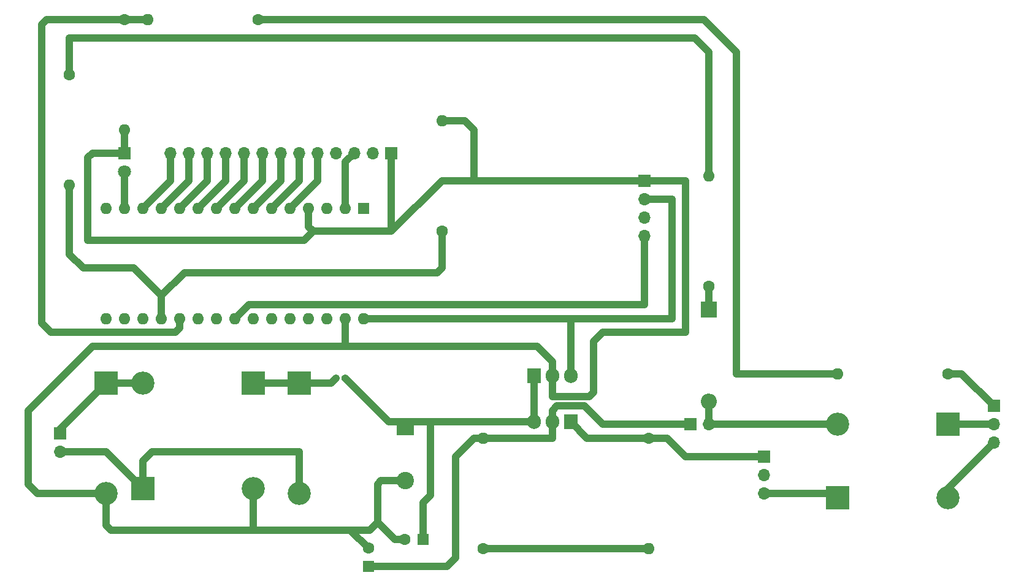
<source format=gbr>
%TF.GenerationSoftware,KiCad,Pcbnew,(6.0.5)*%
%TF.CreationDate,2022-12-29T23:16:15-04:00*%
%TF.ProjectId,Alimentation project,416c696d-656e-4746-9174-696f6e207072,rev?*%
%TF.SameCoordinates,Original*%
%TF.FileFunction,Copper,L1,Top*%
%TF.FilePolarity,Positive*%
%FSLAX46Y46*%
G04 Gerber Fmt 4.6, Leading zero omitted, Abs format (unit mm)*
G04 Created by KiCad (PCBNEW (6.0.5)) date 2022-12-29 23:16:15*
%MOMM*%
%LPD*%
G01*
G04 APERTURE LIST*
G04 Aperture macros list*
%AMRoundRect*
0 Rectangle with rounded corners*
0 $1 Rounding radius*
0 $2 $3 $4 $5 $6 $7 $8 $9 X,Y pos of 4 corners*
0 Add a 4 corners polygon primitive as box body*
4,1,4,$2,$3,$4,$5,$6,$7,$8,$9,$2,$3,0*
0 Add four circle primitives for the rounded corners*
1,1,$1+$1,$2,$3*
1,1,$1+$1,$4,$5*
1,1,$1+$1,$6,$7*
1,1,$1+$1,$8,$9*
0 Add four rect primitives between the rounded corners*
20,1,$1+$1,$2,$3,$4,$5,0*
20,1,$1+$1,$4,$5,$6,$7,0*
20,1,$1+$1,$6,$7,$8,$9,0*
20,1,$1+$1,$8,$9,$2,$3,0*%
G04 Aperture macros list end*
%TA.AperFunction,ComponentPad*%
%ADD10R,1.700000X1.700000*%
%TD*%
%TA.AperFunction,ComponentPad*%
%ADD11O,1.700000X1.700000*%
%TD*%
%TA.AperFunction,ComponentPad*%
%ADD12R,1.905000X2.000000*%
%TD*%
%TA.AperFunction,ComponentPad*%
%ADD13O,1.905000X2.000000*%
%TD*%
%TA.AperFunction,ComponentPad*%
%ADD14R,3.200000X3.200000*%
%TD*%
%TA.AperFunction,ComponentPad*%
%ADD15O,3.200000X3.200000*%
%TD*%
%TA.AperFunction,ComponentPad*%
%ADD16C,1.600000*%
%TD*%
%TA.AperFunction,ComponentPad*%
%ADD17O,1.600000X1.600000*%
%TD*%
%TA.AperFunction,ComponentPad*%
%ADD18R,2.200000X2.200000*%
%TD*%
%TA.AperFunction,ComponentPad*%
%ADD19O,2.200000X2.200000*%
%TD*%
%TA.AperFunction,ComponentPad*%
%ADD20R,2.400000X2.400000*%
%TD*%
%TA.AperFunction,ComponentPad*%
%ADD21C,2.400000*%
%TD*%
%TA.AperFunction,ComponentPad*%
%ADD22R,1.600000X1.600000*%
%TD*%
%TA.AperFunction,SMDPad,CuDef*%
%ADD23RoundRect,0.147500X-0.147500X-0.172500X0.147500X-0.172500X0.147500X0.172500X-0.147500X0.172500X0*%
%TD*%
%TA.AperFunction,ComponentPad*%
%ADD24R,1.800000X1.800000*%
%TD*%
%TA.AperFunction,ComponentPad*%
%ADD25C,1.800000*%
%TD*%
%TA.AperFunction,Conductor*%
%ADD26C,1.000000*%
%TD*%
%TA.AperFunction,Conductor*%
%ADD27C,0.250000*%
%TD*%
G04 APERTURE END LIST*
D10*
%TO.P,MES1,1,-*%
%TO.N,Net-(C3-Pad1)*%
X128270000Y-107950000D03*
D11*
%TO.P,MES1,2,+*%
%TO.N,Net-(D5-Pad2)*%
X130810000Y-107950000D03*
%TD*%
D10*
%TO.P,REF\u002A\u002A,1*%
%TO.N,Screen GND*%
X121920000Y-74295000D03*
D11*
%TO.P,REF\u002A\u002A,2*%
%TO.N,Screen Vcc*%
X121920000Y-76835000D03*
%TO.P,REF\u002A\u002A,3*%
%TO.N,Screen SCK*%
X121920000Y-79375000D03*
%TO.P,REF\u002A\u002A,4*%
%TO.N,Screen SDA*%
X121920000Y-81915000D03*
%TD*%
D12*
%TO.P,U1,1,IN*%
%TO.N,Net-(C1-Pad1)*%
X106680000Y-101275000D03*
D13*
%TO.P,U1,2,GND*%
%TO.N,Screen GND*%
X109220000Y-101275000D03*
%TO.P,U1,3,OUT*%
%TO.N,Screen Vcc*%
X111760000Y-101275000D03*
%TD*%
D10*
%TO.P,RV1,1,1*%
%TO.N,Net-(R2-Pad1)*%
X138430000Y-112410000D03*
D11*
%TO.P,RV1,2,2*%
%TO.N,Screen GND*%
X138430000Y-114950000D03*
%TO.P,RV1,3,3*%
X138430000Y-117490000D03*
%TD*%
D14*
%TO.P,D3,1,K*%
%TO.N,Transfor2*%
X52705000Y-116840000D03*
D15*
%TO.P,D3,2,A*%
%TO.N,Screen GND*%
X67945000Y-116840000D03*
%TD*%
D16*
%TO.P,R3,1*%
%TO.N,Net-(R3-Pad1)*%
X130810000Y-88900000D03*
D17*
%TO.P,R3,2*%
%TO.N,Net-(R3-Pad2)*%
X130810000Y-73660000D03*
%TD*%
D16*
%TO.P,R1,1*%
%TO.N,Net-(R1-Pad1)*%
X99695000Y-125095000D03*
D17*
%TO.P,R1,2*%
%TO.N,Net-(C3-Pad1)*%
X99695000Y-109855000D03*
%TD*%
D18*
%TO.P,D7,1,K*%
%TO.N,Net-(R3-Pad1)*%
X130810000Y-92075000D03*
D19*
%TO.P,D7,2,A*%
%TO.N,Net-(D5-Pad2)*%
X130810000Y-104775000D03*
%TD*%
D10*
%TO.P,REF\u002A\u002A,1*%
%TO.N,Screen GND*%
X86980000Y-70485000D03*
D11*
%TO.P,REF\u002A\u002A,2*%
%TO.N,Screen Vcc*%
X84440000Y-70485000D03*
%TO.P,REF\u002A\u002A,3*%
%TO.N,Display_0*%
X81900000Y-70485000D03*
%TO.P,REF\u002A\u002A,4*%
%TO.N,Display_1*%
X79360000Y-70485000D03*
%TO.P,REF\u002A\u002A,5*%
%TO.N,Display_2*%
X76820000Y-70485000D03*
%TO.P,REF\u002A\u002A,6*%
%TO.N,Display_3*%
X74280000Y-70485000D03*
%TO.P,REF\u002A\u002A,7*%
%TO.N,Display_4*%
X71740000Y-70485000D03*
%TO.P,REF\u002A\u002A,8*%
%TO.N,Display_5*%
X69200000Y-70485000D03*
%TO.P,REF\u002A\u002A,9*%
%TO.N,Display_6*%
X66660000Y-70485000D03*
%TO.P,REF\u002A\u002A,10*%
%TO.N,Display_7*%
X64120000Y-70485000D03*
%TO.P,REF\u002A\u002A,11*%
%TO.N,Display_8*%
X61580000Y-70485000D03*
%TO.P,REF\u002A\u002A,12*%
%TO.N,Display_9*%
X59040000Y-70485000D03*
%TO.P,REF\u002A\u002A,13*%
%TO.N,Display_10*%
X56500000Y-70485000D03*
%TD*%
D20*
%TO.P,C1,1*%
%TO.N,Net-(C1-Pad1)*%
X88900000Y-108247246D03*
D21*
%TO.P,C1,2*%
%TO.N,Screen GND*%
X88900000Y-115747246D03*
%TD*%
D16*
%TO.P,R8,1*%
%TO.N,Net-(A1-Pad20)*%
X50165000Y-52070000D03*
D17*
%TO.P,R8,2*%
%TO.N,Screen GND*%
X50165000Y-67310000D03*
%TD*%
D12*
%TO.P,U2,1,ADJ*%
%TO.N,Net-(R2-Pad1)*%
X111760000Y-107625000D03*
D13*
%TO.P,U2,2,VO*%
%TO.N,Net-(C3-Pad1)*%
X109220000Y-107625000D03*
%TO.P,U2,3,VI*%
%TO.N,Net-(C1-Pad1)*%
X106680000Y-107625000D03*
%TD*%
D22*
%TO.P,C2,1*%
%TO.N,Net-(C1-Pad1)*%
X91375113Y-123825000D03*
D16*
%TO.P,C2,2*%
%TO.N,Screen GND*%
X88875113Y-123825000D03*
%TD*%
D14*
%TO.P,D1,1,K*%
%TO.N,Transfor1*%
X47625000Y-102235000D03*
D15*
%TO.P,D1,2,A*%
%TO.N,Screen GND*%
X47625000Y-117475000D03*
%TD*%
D22*
%TO.P,C3,1*%
%TO.N,Net-(C3-Pad1)*%
X83820000Y-127570113D03*
D16*
%TO.P,C3,2*%
%TO.N,Screen GND*%
X83820000Y-125070113D03*
%TD*%
D22*
%TO.P,A1,1,D1/TX*%
%TO.N,Display_1*%
X83185000Y-78115000D03*
D17*
%TO.P,A1,2,D0/RX*%
%TO.N,Display_0*%
X80645000Y-78115000D03*
%TO.P,A1,3,~{RESET}*%
%TO.N,unconnected-(A1-Pad3)*%
X78105000Y-78115000D03*
%TO.P,A1,4,GND*%
%TO.N,Screen GND*%
X75565000Y-78115000D03*
%TO.P,A1,5,D2*%
%TO.N,Display_2*%
X73025000Y-78115000D03*
%TO.P,A1,6,D3*%
%TO.N,Display_3*%
X70485000Y-78115000D03*
%TO.P,A1,7,D4*%
%TO.N,Display_4*%
X67945000Y-78115000D03*
%TO.P,A1,8,D5*%
%TO.N,Display_5*%
X65405000Y-78115000D03*
%TO.P,A1,9,D6*%
%TO.N,Display_6*%
X62865000Y-78115000D03*
%TO.P,A1,10,D7*%
%TO.N,Display_7*%
X60325000Y-78115000D03*
%TO.P,A1,11,D8*%
%TO.N,Display_8*%
X57785000Y-78115000D03*
%TO.P,A1,12,D9*%
%TO.N,Display_9*%
X55245000Y-78115000D03*
%TO.P,A1,13,D10*%
%TO.N,Display_10*%
X52705000Y-78115000D03*
%TO.P,A1,14,D11*%
%TO.N,Net-(A1-Pad14)*%
X50165000Y-78115000D03*
%TO.P,A1,15,D12*%
%TO.N,unconnected-(A1-Pad15)*%
X47625000Y-78115000D03*
%TO.P,A1,16,D13*%
%TO.N,unconnected-(A1-Pad16)*%
X47625000Y-93355000D03*
%TO.P,A1,17,3V3*%
%TO.N,unconnected-(A1-Pad17)*%
X50165000Y-93355000D03*
%TO.P,A1,18,AREF*%
%TO.N,unconnected-(A1-Pad18)*%
X52705000Y-93355000D03*
%TO.P,A1,19,A0*%
%TO.N,Net-(A1-Pad19)*%
X55245000Y-93355000D03*
%TO.P,A1,20,A1*%
%TO.N,Net-(A1-Pad20)*%
X57785000Y-93355000D03*
%TO.P,A1,21,A2*%
%TO.N,unconnected-(A1-Pad21)*%
X60325000Y-93355000D03*
%TO.P,A1,22,A3*%
%TO.N,unconnected-(A1-Pad22)*%
X62865000Y-93355000D03*
%TO.P,A1,23,A4*%
%TO.N,Screen SDA*%
X65405000Y-93355000D03*
%TO.P,A1,24,A5*%
%TO.N,Screen SCK*%
X67945000Y-93355000D03*
%TO.P,A1,25,A6*%
%TO.N,unconnected-(A1-Pad25)*%
X70485000Y-93355000D03*
%TO.P,A1,26,A7*%
%TO.N,unconnected-(A1-Pad26)*%
X73025000Y-93355000D03*
%TO.P,A1,27,+5V*%
%TO.N,unconnected-(A1-Pad27)*%
X75565000Y-93355000D03*
%TO.P,A1,28,~{RESET}*%
%TO.N,unconnected-(A1-Pad28)*%
X78105000Y-93355000D03*
%TO.P,A1,29,GND*%
%TO.N,Screen GND*%
X80645000Y-93355000D03*
%TO.P,A1,30,VIN*%
%TO.N,Screen Vcc*%
X83185000Y-93355000D03*
%TD*%
D14*
%TO.P,D2,1,K*%
%TO.N,Net-(D2-Pad1)*%
X67945000Y-102235000D03*
D15*
%TO.P,D2,2,A*%
%TO.N,Transfor1*%
X52705000Y-102235000D03*
%TD*%
D16*
%TO.P,R7,1*%
%TO.N,Net-(R6-Pad2)*%
X68580000Y-52070000D03*
D17*
%TO.P,R7,2*%
%TO.N,Net-(A1-Pad20)*%
X53340000Y-52070000D03*
%TD*%
D10*
%TO.P,REF\u002A\u002A,1*%
%TO.N,Sortie sonde*%
X170180000Y-105410000D03*
D11*
%TO.P,REF\u002A\u002A,2*%
%TO.N,Sortie +*%
X170180000Y-107950000D03*
%TO.P,REF\u002A\u002A,3*%
%TO.N,Sortie -*%
X170180000Y-110490000D03*
%TD*%
D16*
%TO.P,R2,1*%
%TO.N,Net-(R2-Pad1)*%
X122555000Y-109855000D03*
D17*
%TO.P,R2,2*%
%TO.N,Net-(R1-Pad1)*%
X122555000Y-125095000D03*
%TD*%
D16*
%TO.P,R6,1*%
%TO.N,Sortie sonde*%
X163830000Y-100965000D03*
D17*
%TO.P,R6,2*%
%TO.N,Net-(R6-Pad2)*%
X148590000Y-100965000D03*
%TD*%
D23*
%TO.P,F1,1*%
%TO.N,Net-(D2-Pad1)*%
X79375000Y-101600000D03*
%TO.P,F1,2*%
%TO.N,Net-(C1-Pad1)*%
X80345000Y-101600000D03*
%TD*%
D14*
%TO.P,D5,1,K*%
%TO.N,Sortie +*%
X163830000Y-107950000D03*
D15*
%TO.P,D5,2,A*%
%TO.N,Net-(D5-Pad2)*%
X148590000Y-107950000D03*
%TD*%
D14*
%TO.P,D6,1,K*%
%TO.N,Screen GND*%
X148590000Y-118110000D03*
D15*
%TO.P,D6,2,A*%
%TO.N,Sortie -*%
X163830000Y-118110000D03*
%TD*%
D14*
%TO.P,D4,1,K*%
%TO.N,Net-(D2-Pad1)*%
X74295000Y-102235000D03*
D15*
%TO.P,D4,2,A*%
%TO.N,Transfor2*%
X74295000Y-117475000D03*
%TD*%
D24*
%TO.P,D8,1,K*%
%TO.N,Screen GND*%
X50165000Y-70485000D03*
D25*
%TO.P,D8,2,A*%
%TO.N,Net-(A1-Pad14)*%
X50165000Y-73025000D03*
%TD*%
D16*
%TO.P,R4,1*%
%TO.N,Net-(A1-Pad19)*%
X93980000Y-81280000D03*
D17*
%TO.P,R4,2*%
%TO.N,Screen GND*%
X93980000Y-66040000D03*
%TD*%
D10*
%TO.P,REF\u002A\u002A,1*%
%TO.N,Transfor1*%
X41275000Y-109220000D03*
D11*
%TO.P,REF\u002A\u002A,2*%
%TO.N,Transfor2*%
X41275000Y-111760000D03*
%TD*%
D16*
%TO.P,R5,1*%
%TO.N,Net-(R3-Pad2)*%
X42545000Y-59690000D03*
D17*
%TO.P,R5,2*%
%TO.N,Net-(A1-Pad19)*%
X42545000Y-74930000D03*
%TD*%
D26*
%TO.N,Display_0*%
X81900000Y-70485000D02*
X80645000Y-71740000D01*
X80645000Y-71740000D02*
X80645000Y-78115000D01*
%TO.N,Screen GND*%
X74930000Y-82550000D02*
X76200000Y-81280000D01*
X36830000Y-106045000D02*
X45720000Y-97155000D01*
X81304887Y-122555000D02*
X80645000Y-122555000D01*
X87452754Y-123825000D02*
X88875113Y-123825000D01*
X109220000Y-101275000D02*
X109220000Y-104140000D01*
X148575000Y-118125000D02*
X148590000Y-118110000D01*
X67945000Y-122555000D02*
X80645000Y-122555000D01*
X85090000Y-116205000D02*
X85547754Y-115747246D01*
X93980000Y-74295000D02*
X98425000Y-74295000D01*
X47625000Y-121920000D02*
X48260000Y-122555000D01*
X45085000Y-82550000D02*
X74930000Y-82550000D01*
X86980000Y-81265000D02*
X86995000Y-81280000D01*
X138430000Y-117490000D02*
X147970000Y-117490000D01*
X116205000Y-95250000D02*
X127635000Y-95250000D01*
X45720000Y-70485000D02*
X45085000Y-71120000D01*
X85547754Y-115747246D02*
X88900000Y-115747246D01*
X83997246Y-122555000D02*
X85090000Y-121462246D01*
X47625000Y-117475000D02*
X38100000Y-117475000D01*
X97155000Y-66040000D02*
X98425000Y-67310000D01*
X76200000Y-81280000D02*
X75565000Y-80645000D01*
X80645000Y-97155000D02*
X107100000Y-97155000D01*
X50165000Y-67310000D02*
X50165000Y-70485000D01*
X48260000Y-122555000D02*
X67945000Y-122555000D01*
X114300000Y-104140000D02*
X114935000Y-103505000D01*
X50165000Y-70485000D02*
X45720000Y-70485000D01*
X109855000Y-74295000D02*
X121920000Y-74295000D01*
X80645000Y-122555000D02*
X83997246Y-122555000D01*
X47625000Y-117475000D02*
X47625000Y-121920000D01*
X83820000Y-125070113D02*
X81304887Y-122555000D01*
X67945000Y-116840000D02*
X67945000Y-122555000D01*
X98425000Y-67310000D02*
X98425000Y-74295000D01*
X86995000Y-81280000D02*
X93980000Y-74295000D01*
X109220000Y-99275000D02*
X109220000Y-101275000D01*
X38100000Y-117475000D02*
X36830000Y-116205000D01*
X147970000Y-117490000D02*
X148590000Y-118110000D01*
X75565000Y-80645000D02*
X75565000Y-78115000D01*
X107100000Y-97155000D02*
X109220000Y-99275000D01*
X85090000Y-121462246D02*
X85090000Y-116205000D01*
X114935000Y-96520000D02*
X116205000Y-95250000D01*
X80645000Y-97155000D02*
X80645000Y-94615000D01*
X45720000Y-97155000D02*
X80645000Y-97155000D01*
X45085000Y-71120000D02*
X45085000Y-82550000D01*
X98425000Y-74295000D02*
X109855000Y-74295000D01*
X114935000Y-103505000D02*
X114935000Y-96520000D01*
X127635000Y-95250000D02*
X127635000Y-74295000D01*
X93980000Y-66040000D02*
X97155000Y-66040000D01*
X127635000Y-74295000D02*
X121920000Y-74295000D01*
X86995000Y-81280000D02*
X76200000Y-81280000D01*
X109220000Y-104140000D02*
X114300000Y-104140000D01*
X80645000Y-94615000D02*
X80645000Y-93355000D01*
X86980000Y-70485000D02*
X86980000Y-81265000D01*
X36830000Y-116205000D02*
X36830000Y-106045000D01*
X85090000Y-121462246D02*
X87452754Y-123825000D01*
%TO.N,Display_2*%
X76820000Y-74320000D02*
X73025000Y-78115000D01*
X76820000Y-70485000D02*
X76820000Y-74320000D01*
%TO.N,Display_3*%
X74280000Y-70485000D02*
X74280000Y-74320000D01*
X74280000Y-74320000D02*
X70485000Y-78115000D01*
%TO.N,Display_4*%
X71740000Y-70485000D02*
X71740000Y-74320000D01*
X71740000Y-74320000D02*
X67945000Y-78115000D01*
%TO.N,Display_5*%
X69200000Y-74320000D02*
X65405000Y-78115000D01*
X69200000Y-70485000D02*
X69200000Y-74320000D01*
%TO.N,Display_6*%
X66660000Y-70485000D02*
X66660000Y-74320000D01*
X66660000Y-74320000D02*
X62865000Y-78115000D01*
%TO.N,Display_7*%
X64120000Y-74320000D02*
X60325000Y-78115000D01*
X64120000Y-70485000D02*
X64120000Y-74320000D01*
%TO.N,Display_8*%
X61580000Y-74320000D02*
X57785000Y-78115000D01*
X61580000Y-70485000D02*
X61580000Y-74320000D01*
%TO.N,Display_9*%
X59040000Y-74320000D02*
X55245000Y-78115000D01*
X59040000Y-70485000D02*
X59040000Y-74320000D01*
%TO.N,Display_10*%
X56500000Y-74320000D02*
X52705000Y-78115000D01*
X56500000Y-70485000D02*
X56500000Y-74320000D01*
%TO.N,Net-(A1-Pad14)*%
X50165000Y-73025000D02*
X50165000Y-78115000D01*
%TO.N,Net-(A1-Pad19)*%
X93345000Y-86995000D02*
X58420000Y-86995000D01*
X51435000Y-86360000D02*
X55245000Y-90170000D01*
X44450000Y-86360000D02*
X51435000Y-86360000D01*
X93980000Y-81280000D02*
X93980000Y-86360000D01*
X58420000Y-86995000D02*
X55245000Y-90170000D01*
X42545000Y-74930000D02*
X42545000Y-84455000D01*
X55245000Y-90170000D02*
X55245000Y-93355000D01*
X93980000Y-86360000D02*
X93345000Y-86995000D01*
X42545000Y-84455000D02*
X44450000Y-86360000D01*
%TO.N,Net-(A1-Pad20)*%
X39370000Y-52070000D02*
X38735000Y-52705000D01*
X50165000Y-52070000D02*
X53340000Y-52070000D01*
X57150000Y-95250000D02*
X57785000Y-94615000D01*
X50165000Y-52070000D02*
X39370000Y-52070000D01*
X57785000Y-94615000D02*
X57785000Y-93355000D01*
X38735000Y-93980000D02*
X40005000Y-95250000D01*
X38735000Y-52705000D02*
X38735000Y-93980000D01*
X40005000Y-95250000D02*
X57150000Y-95250000D01*
%TO.N,Screen SDA*%
X67320000Y-91440000D02*
X121920000Y-91440000D01*
X121920000Y-91440000D02*
X121920000Y-81915000D01*
X65405000Y-93355000D02*
X67320000Y-91440000D01*
%TO.N,Screen Vcc*%
X125730000Y-76835000D02*
X125730000Y-93345000D01*
X121920000Y-76835000D02*
X125730000Y-76835000D01*
X83185000Y-93355000D02*
X111750000Y-93355000D01*
X111750000Y-93355000D02*
X111760000Y-93345000D01*
X125730000Y-93345000D02*
X111760000Y-93345000D01*
X111760000Y-93345000D02*
X111760000Y-101275000D01*
%TO.N,Net-(C1-Pad1)*%
X91440000Y-107612246D02*
X86657246Y-107612246D01*
X91452754Y-107625000D02*
X91440000Y-107612246D01*
X91375113Y-118809887D02*
X92385000Y-117800000D01*
X92385000Y-107625000D02*
X91452754Y-107625000D01*
X106680000Y-107625000D02*
X92385000Y-107625000D01*
D27*
X106667246Y-107612246D02*
X106680000Y-107625000D01*
D26*
X92385000Y-117800000D02*
X92385000Y-107625000D01*
X106680000Y-101275000D02*
X106680000Y-107625000D01*
X91375113Y-123825000D02*
X91375113Y-118809887D01*
X86657246Y-107612246D02*
X80645000Y-101600000D01*
%TO.N,Net-(C3-Pad1)*%
X109855000Y-105410000D02*
X113665000Y-105410000D01*
X109220000Y-106045000D02*
X109855000Y-105410000D01*
X113665000Y-105410000D02*
X116205000Y-107950000D01*
X83820000Y-127570113D02*
X94679887Y-127570113D01*
X116205000Y-107950000D02*
X128270000Y-107950000D01*
X109220000Y-109855000D02*
X109220000Y-107625000D01*
X100330000Y-109855000D02*
X109220000Y-109855000D01*
X109220000Y-107625000D02*
X109220000Y-106045000D01*
X94679887Y-127570113D02*
X95885000Y-126365000D01*
X95885000Y-126365000D02*
X95885000Y-112395000D01*
X95885000Y-112395000D02*
X98425000Y-109855000D01*
X98425000Y-109855000D02*
X100330000Y-109855000D01*
%TO.N,Net-(D2-Pad1)*%
X74295000Y-102235000D02*
X67945000Y-102235000D01*
D27*
X78740000Y-102235000D02*
X79375000Y-101600000D01*
D26*
X78715480Y-102235000D02*
X79350480Y-101600000D01*
X74295000Y-102235000D02*
X78715480Y-102235000D01*
%TO.N,Sortie +*%
X163830000Y-107950000D02*
X170180000Y-107950000D01*
%TO.N,Net-(D5-Pad2)*%
X130810000Y-107950000D02*
X148590000Y-107950000D01*
X130810000Y-104775000D02*
X130810000Y-107950000D01*
%TO.N,Sortie -*%
X163830000Y-116840000D02*
X163830000Y-118110000D01*
X170180000Y-110490000D02*
X163830000Y-116840000D01*
%TO.N,Net-(R3-Pad1)*%
X130810000Y-88900000D02*
X130810000Y-92075000D01*
%TO.N,Net-(R1-Pad1)*%
X122555000Y-125095000D02*
X100330000Y-125095000D01*
%TO.N,Net-(R2-Pad1)*%
X127650000Y-112410000D02*
X138430000Y-112410000D01*
X122555000Y-109855000D02*
X125095000Y-109855000D01*
X111760000Y-107625000D02*
X113990000Y-109855000D01*
X125095000Y-109855000D02*
X127650000Y-112410000D01*
X113990000Y-109855000D02*
X122555000Y-109855000D01*
%TO.N,Net-(R3-Pad2)*%
X42545000Y-59690000D02*
X42545000Y-54610000D01*
X130810000Y-56515000D02*
X130810000Y-73660000D01*
X42545000Y-54610000D02*
X128905000Y-54610000D01*
X128905000Y-54610000D02*
X130810000Y-56515000D01*
%TO.N,Sortie sonde*%
X163830000Y-100965000D02*
X165735000Y-100965000D01*
X165735000Y-100965000D02*
X170180000Y-105410000D01*
%TO.N,Net-(R6-Pad2)*%
X130175000Y-52070000D02*
X134620000Y-56515000D01*
X68580000Y-52070000D02*
X130175000Y-52070000D01*
X134620000Y-100965000D02*
X148590000Y-100965000D01*
X134620000Y-56515000D02*
X134620000Y-100965000D01*
%TO.N,Transfor1*%
X41275000Y-109220000D02*
X41275000Y-108585000D01*
X52705000Y-102235000D02*
X47625000Y-102235000D01*
X41275000Y-108585000D02*
X47625000Y-102235000D01*
%TO.N,Transfor2*%
X52705000Y-113030000D02*
X53975000Y-111760000D01*
X52705000Y-116840000D02*
X52705000Y-113030000D01*
X41275000Y-111760000D02*
X47625000Y-111760000D01*
X53975000Y-111760000D02*
X74295000Y-111760000D01*
X74295000Y-111760000D02*
X74295000Y-117475000D01*
X47625000Y-111760000D02*
X52705000Y-116840000D01*
%TD*%
M02*

</source>
